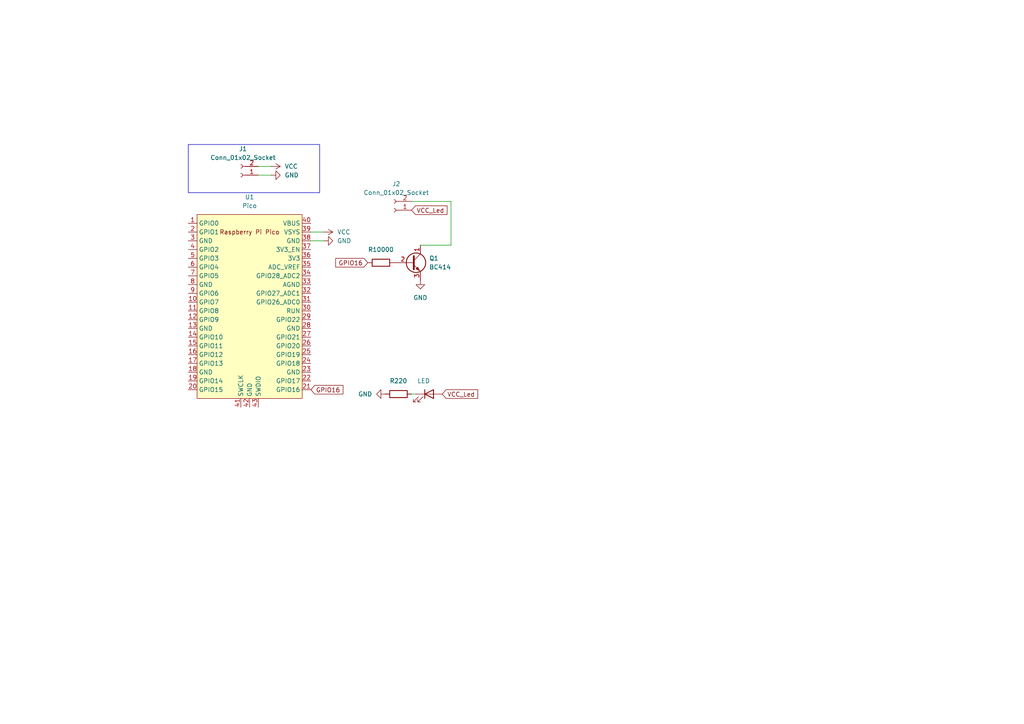
<source format=kicad_sch>
(kicad_sch (version 20231120) (generator "eeschema") (generator_version "8.0")
  (paper "A4")
  (lib_symbols
    (symbol "Connector:Conn_01x02_Socket" (pin_names (offset 1.016) hide)
      (property "Reference" "J" (at 0 2.54 0))
      (property "Value" "Conn_01x02_Socket" (at 0 -5.08 0))
      (symbol "Conn_01x02_Socket_1_1"
        (arc (start 0 -2.032) (mid -0.5058 -2.54) (end 0 -3.048) (stroke (width 0.1524)))
        (polyline (pts (xy -1.27 -2.54) (xy -0.508 -2.54)) (stroke (width 0.1524)))
        (polyline (pts (xy -1.27 0) (xy -0.508 0)) (stroke (width 0.1524)))
        (arc (start 0 0.508) (mid -0.5058 0) (end 0 -0.508) (stroke (width 0.1524)))
        (pin passive line (at -5.08 0 0) (length 3.81) (name "Pin_1") (number "1"))
        (pin passive line (at -5.08 -2.54 0) (length 3.81) (name "Pin_2") (number "2"))
      )
    )
    (symbol "Device:LED" (pin_numbers hide) (pin_names (offset 1.016) hide)
      (property "Reference" "D" (at 0 2.54 0))
      (property "Value" "LED" (at 0 -2.54 0))
      (symbol "LED_0_1"
        (polyline (pts (xy -1.27 -1.27) (xy -1.27 1.27)) (stroke (width 0.254)))
        (polyline (pts (xy -1.27 0) (xy 1.27 0)))
        (polyline (pts (xy 1.27 -1.27) (xy 1.27 1.27) (xy -1.27 0) (xy 1.27 -1.27)) (stroke (width 0.254)))
        (polyline (pts (xy -3.048 -0.762) (xy -4.572 -2.286) (xy -3.81 -2.286) (xy -4.572 -2.286) (xy -4.572 -1.524)))
        (polyline (pts (xy -1.778 -0.762) (xy -3.302 -2.286) (xy -2.54 -2.286) (xy -3.302 -2.286) (xy -3.302 -1.524)))
      )
      (symbol "LED_1_1"
        (pin passive line (at -3.81 0 0) (length 2.54) (name "K") (number "1"))
        (pin passive line (at 3.81 0 180) (length 2.54) (name "A") (number "2"))
      )
    )
    (symbol "Device:R" (pin_numbers hide) (pin_names (offset 0))
      (property "Reference" "R" (at 2.032 0 90))
      (property "Value" "R" (at 0 0 90))
      (symbol "R_0_1"
        (rectangle (start -1.016 -2.54) (end 1.016 2.54) (stroke (width 0.254)))
      )
      (symbol "R_1_1"
        (pin passive line (at 0 3.81 270) (length 1.27) (name "~") (number "1"))
        (pin passive line (at 0 -3.81 90) (length 1.27) (name "~") (number "2"))
      )
    )
    (symbol "MCU_RaspberryPi_and_Boards:Pico"
      (property "Reference" "U" (at -13.97 27.94 0))
      (property "Value" "Pico" (at 0 19.05 0))
      (symbol "Pico_0_0"
        (text "Raspberry Pi Pico" (at 0 21.59 0) (effects (font (size 1.27 1.27))))
      )
      (symbol "Pico_0_1"
        (rectangle (start -15.24 26.67) (end 15.24 -26.67) (fill (type background)))
      )
      (symbol "Pico_1_1"
        (pin bidirectional line (at -17.78 24.13 0) (length 2.54) (name "GPIO0") (number "1"))
        (pin bidirectional line (at -17.78 1.27 0) (length 2.54) (name "GPIO7") (number "10"))
        (pin bidirectional line (at -17.78 -1.27 0) (length 2.54) (name "GPIO8") (number "11"))
        (pin bidirectional line (at -17.78 -3.81 0) (length 2.54) (name "GPIO9") (number "12"))
        (pin power_in line (at -17.78 -6.35 0) (length 2.54) (name "GND") (number "13"))
        (pin bidirectional line (at -17.78 -8.89 0) (length 2.54) (name "GPIO10") (number "14"))
        (pin bidirectional line (at -17.78 -11.43 0) (length 2.54) (name "GPIO11") (number "15"))
        (pin bidirectional line (at -17.78 -13.97 0) (length 2.54) (name "GPIO12") (number "16"))
        (pin bidirectional line (at -17.78 -16.51 0) (length 2.54) (name "GPIO13") (number "17"))
        (pin power_in line (at -17.78 -19.05 0) (length 2.54) (name "GND") (number "18"))
        (pin bidirectional line (at -17.78 -21.59 0) (length 2.54) (name "GPIO14") (number "19"))
        (pin bidirectional line (at -17.78 21.59 0) (length 2.54) (name "GPIO1") (number "2"))
        (pin bidirectional line (at -17.78 -24.13 0) (length 2.54) (name "GPIO15") (number "20"))
        (pin bidirectional line (at 17.78 -24.13 180) (length 2.54) (name "GPIO16") (number "21"))
        (pin bidirectional line (at 17.78 -21.59 180) (length 2.54) (name "GPIO17") (number "22"))
        (pin power_in line (at 17.78 -19.05 180) (length 2.54) (name "GND") (number "23"))
        (pin bidirectional line (at 17.78 -16.51 180) (length 2.54) (name "GPIO18") (number "24"))
        (pin bidirectional line (at 17.78 -13.97 180) (length 2.54) (name "GPIO19") (number "25"))
        (pin bidirectional line (at 17.78 -11.43 180) (length 2.54) (name "GPIO20") (number "26"))
        (pin bidirectional line (at 17.78 -8.89 180) (length 2.54) (name "GPIO21") (number "27"))
        (pin power_in line (at 17.78 -6.35 180) (length 2.54) (name "GND") (number "28"))
        (pin bidirectional line (at 17.78 -3.81 180) (length 2.54) (name "GPIO22") (number "29"))
        (pin power_in line (at -17.78 19.05 0) (length 2.54) (name "GND") (number "3"))
        (pin input line (at 17.78 -1.27 180) (length 2.54) (name "RUN") (number "30"))
        (pin bidirectional line (at 17.78 1.27 180) (length 2.54) (name "GPIO26_ADC0") (number "31"))
        (pin bidirectional line (at 17.78 3.81 180) (length 2.54) (name "GPIO27_ADC1") (number "32"))
        (pin power_in line (at 17.78 6.35 180) (length 2.54) (name "AGND") (number "33"))
        (pin bidirectional line (at 17.78 8.89 180) (length 2.54) (name "GPIO28_ADC2") (number "34"))
        (pin power_in line (at 17.78 11.43 180) (length 2.54) (name "ADC_VREF") (number "35"))
        (pin power_in line (at 17.78 13.97 180) (length 2.54) (name "3V3") (number "36"))
        (pin input line (at 17.78 16.51 180) (length 2.54) (name "3V3_EN") (number "37"))
        (pin bidirectional line (at 17.78 19.05 180) (length 2.54) (name "GND") (number "38"))
        (pin power_in line (at 17.78 21.59 180) (length 2.54) (name "VSYS") (number "39"))
        (pin bidirectional line (at -17.78 16.51 0) (length 2.54) (name "GPIO2") (number "4"))
        (pin power_in line (at 17.78 24.13 180) (length 2.54) (name "VBUS") (number "40"))
        (pin input line (at -2.54 -29.21 90) (length 2.54) (name "SWCLK") (number "41"))
        (pin power_in line (at 0 -29.21 90) (length 2.54) (name "GND") (number "42"))
        (pin bidirectional line (at 2.54 -29.21 90) (length 2.54) (name "SWDIO") (number "43"))
        (pin bidirectional line (at -17.78 13.97 0) (length 2.54) (name "GPIO3") (number "5"))
        (pin bidirectional line (at -17.78 11.43 0) (length 2.54) (name "GPIO4") (number "6"))
        (pin bidirectional line (at -17.78 8.89 0) (length 2.54) (name "GPIO5") (number "7"))
        (pin power_in line (at -17.78 6.35 0) (length 2.54) (name "GND") (number "8"))
        (pin bidirectional line (at -17.78 3.81 0) (length 2.54) (name "GPIO6") (number "9"))
      )
    )
    (symbol "Transistor_BJT:BC414" (pin_names (offset 0) hide)
      (property "Reference" "Q" (at 5.08 1.905 0))
      (property "Value" "BC414" (at 5.08 0 0))
      (symbol "BC414_0_1"
        (polyline (pts (xy 0 0) (xy 0.635 0)))
        (polyline (pts (xy 0.635 0.635) (xy 2.54 2.54)))
        (polyline (pts (xy 0.635 -0.635) (xy 2.54 -2.54) (xy 2.54 -2.54)))
        (polyline (pts (xy 0.635 1.905) (xy 0.635 -1.905) (xy 0.635 -1.905)) (stroke (width 0.508)))
        (polyline (pts (xy 1.27 -1.778) (xy 1.778 -1.27) (xy 2.286 -2.286) (xy 1.27 -1.778) (xy 1.27 -1.778)) (fill (type outline)))
        (circle (center 1.27 0) (radius 2.8194) (stroke (width 0.254)))
      )
      (symbol "BC414_1_1"
        (pin passive line (at 2.54 5.08 270) (length 2.54) (name "C") (number "1"))
        (pin input line (at -5.08 0 0) (length 5.08) (name "B") (number "2"))
        (pin passive line (at 2.54 -5.08 90) (length 2.54) (name "E") (number "3"))
      )
    )
    (symbol "power:GND" (power) (pin_numbers hide) (pin_names (offset 0) hide)
      (property "Value" "GND" (at 0 -3.81 0))
      (symbol "GND_0_1"
        (polyline (pts (xy 0 0) (xy 0 -1.27) (xy 1.27 -1.27) (xy 0 -2.54) (xy -1.27 -1.27) (xy 0 -1.27)))
      )
      (symbol "GND_1_1"
        (pin power_in line (at 0 0 270) (length 0) (name "~") (number "1"))
      )
    )
    (symbol "power:VCC" (power) (pin_numbers hide) (pin_names (offset 0) hide)
      (property "Value" "VCC" (at 0 3.556 0))
      (symbol "VCC_0_1"
        (polyline (pts (xy -0.762 1.27) (xy 0 2.54)))
        (polyline (pts (xy 0 0) (xy 0 2.54)))
        (polyline (pts (xy 0 2.54) (xy 0.762 1.27)))
      )
      (symbol "VCC_1_1"
        (pin power_in line (at 0 0 90) (length 0) (name "~") (number "1"))
      )
    )
  )
  (wire (pts (xy 119.38 114.3) (xy 120.65 114.3)))
  (wire (pts (xy 130.81 71.12) (xy 121.92 71.12)))
  (wire (pts (xy 90.17 69.85) (xy 93.98 69.85)))
  (wire (pts (xy 119.38 58.42) (xy 130.81 58.42)))
  (wire (pts (xy 74.93 50.8) (xy 78.74 50.8)))
  (wire (pts (xy 130.81 58.42) (xy 130.81 71.12)))
  (wire (pts (xy 90.17 67.31) (xy 93.98 67.31)))
  (wire (pts (xy 74.93 48.26) (xy 78.74 48.26)))
  (rectangle (start 54.61 41.91) (end 92.71 55.88))
  (global_label "GPIO16" (shape input) (at 106.68 76.2 180) (property "Intersheetrefs" "${INTERSHEET_REFS}" (effects (hide yes))))
  (global_label "GPIO16" (shape input) (at 90.17 113.03 0) (property "Intersheetrefs" "${INTERSHEET_REFS}" (effects (hide yes))))
  (global_label "VCC_Led" (shape input) (at 119.38 60.96 0) (property "Intersheetrefs" "${INTERSHEET_REFS}" (effects (hide yes))))
  (global_label "VCC_Led" (shape input) (at 128.27 114.3 0) (property "Intersheetrefs" "${INTERSHEET_REFS}" (effects (hide yes))))
  (symbol (lib_id "Device:R") (at 110.49 76.2 90) (unit 1)
    (property "Reference" "R2" (effects (hide yes)))
    (property "Value" "R10000" (at 110.49 72.39 90))
    (property "Footprint" "Resistor_THT:R_Axial_DIN0414_L11.9mm_D4.5mm_P15.24mm_Horizontal" (effects (hide yes)))
    (property "Description" "Resistor" (effects (hide yes)))
  )
  (symbol (lib_id "power:VCC") (at 78.74 48.26 270) (unit 1)
    (property "Reference" "#PWR03" (effects (hide yes)))
    (property "Value" "VCC" (at 82.55 48.2599 90) (effects (justify left)))
    (property "Description" "Power symbol creates a global label with name \"VCC\"" (effects (hide yes)))
  )
  (symbol (lib_id "Transistor_BJT:BC414") (at 119.38 76.2 0) (unit 1)
    (property "Reference" "Q1" (at 124.46 74.9299 0) (effects (justify left)))
    (property "Value" "BC414" (at 124.46 77.4699 0) (effects (justify left)))
    (property "Footprint" "Package_TO_SOT_THT:TO-92_Inline" (effects (hide yes)))
    (property "Datasheet" "http://www.cdil.com/datasheets/bc413_14_b_c.pdf" (effects (hide yes)))
    (property "Description" "0.1A Ic, 45V Vce, Small Signal NPN Transistor, TO-92" (effects (hide yes)))
  )
  (symbol (lib_id "power:GND") (at 111.76 114.3 270) (unit 1)
    (property "Reference" "#PWR06" (effects (hide yes)))
    (property "Value" "GND" (at 107.95 114.2999 90) (effects (justify right)))
    (property "Description" "Power symbol creates a global label with name \"GND\" , ground" (effects (hide yes)))
  )
  (symbol (lib_id "Device:LED") (at 124.46 114.3 0) (unit 1)
    (property "Reference" "D1" (effects (hide yes)))
    (property "Value" "LED" (at 122.8725 110.49 0))
    (property "Footprint" "LED_THT:LED_D5.0mm" (effects (hide yes)))
    (property "Description" "Light emitting diode" (effects (hide yes)))
  )
  (symbol (lib_id "power:GND") (at 93.98 69.85 90) (unit 1)
    (property "Reference" "#PWR02" (effects (hide yes)))
    (property "Value" "GND" (at 97.79 69.8499 90) (effects (justify right)))
    (property "Description" "Power symbol creates a global label with name \"GND\" , ground" (effects (hide yes)))
  )
  (symbol (lib_id "Connector:Conn_01x02_Socket") (at 114.3 60.96 180) (unit 1)
    (property "Reference" "J2" (at 114.935 53.34 0))
    (property "Value" "Conn_01x02_Socket" (at 114.935 55.88 0))
    (property "Description" "Generic connector, single row, 01x02, script generated" (effects (hide yes)))
  )
  (symbol (lib_id "Device:R") (at 115.57 114.3 90) (unit 1)
    (property "Reference" "R1" (effects (hide yes)))
    (property "Value" "R220" (at 115.57 110.49 90))
    (property "Footprint" "Resistor_THT:R_Axial_DIN0414_L11.9mm_D4.5mm_P15.24mm_Horizontal" (effects (hide yes)))
    (property "Description" "Resistor" (effects (hide yes)))
  )
  (symbol (lib_id "power:GND") (at 78.74 50.8 90) (unit 1)
    (property "Reference" "#PWR04" (effects (hide yes)))
    (property "Value" "GND" (at 82.55 50.7999 90) (effects (justify right)))
    (property "Description" "Power symbol creates a global label with name \"GND\" , ground" (effects (hide yes)))
  )
  (symbol (lib_id "power:VCC") (at 93.98 67.31 270) (unit 1)
    (property "Reference" "#PWR01" (effects (hide yes)))
    (property "Value" "VCC" (at 97.79 67.3099 90) (effects (justify left)))
    (property "Description" "Power symbol creates a global label with name \"VCC\"" (effects (hide yes)))
  )
  (symbol (lib_id "power:GND") (at 121.92 81.28 0) (unit 1)
    (property "Reference" "#PWR05" (effects (hide yes)))
    (property "Value" "GND" (at 121.92 86.36 0))
    (property "Description" "Power symbol creates a global label with name \"GND\" , ground" (effects (hide yes)))
  )
  (symbol (lib_id "Connector:Conn_01x02_Socket") (at 69.85 50.8 180) (unit 1)
    (property "Reference" "J1" (at 70.485 43.18 0))
    (property "Value" "Conn_01x02_Socket" (at 70.485 45.72 0))
    (property "Footprint" "Connector_PinHeader_1.27mm:PinHeader_1x02_P1.27mm_Vertical" (effects (hide yes)))
    (property "Description" "Generic connector, single row, 01x02, script generated" (effects (hide yes)))
  )
  (symbol (lib_id "MCU_RaspberryPi_and_Boards:Pico") (at 72.39 88.9 0) (unit 1)
    (property "Reference" "U1" (at 72.39 57.15 0))
    (property "Value" "Pico" (at 72.39 59.69 0))
    (property "Footprint" "MCU_RaspberryPi_and_Boards:RPi_Pico_SMD_TH" (effects (hide yes)))
  )
)
</source>
